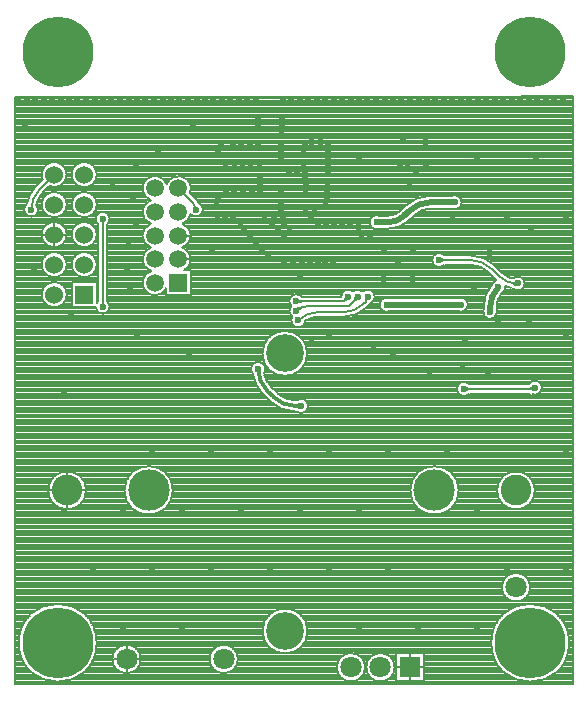
<source format=gbl>
G04*
G04 #@! TF.GenerationSoftware,Altium Limited,Altium Designer,19.1.7 (138)*
G04*
G04 Layer_Physical_Order=2*
G04 Layer_Color=16711680*
%FSLAX24Y24*%
%MOIN*%
G70*
G01*
G75*
%ADD11C,0.0079*%
%ADD53C,0.0197*%
%ADD54C,0.0138*%
%ADD79C,0.0709*%
%ADD80R,0.0709X0.0709*%
%ADD81C,0.0600*%
%ADD82R,0.0600X0.0600*%
%ADD83C,0.1260*%
%ADD84C,0.0591*%
%ADD85R,0.0591X0.0591*%
%ADD86C,0.1024*%
%ADD87C,0.1378*%
%ADD88C,0.2362*%
%ADD89C,0.0236*%
G36*
X9701Y12672D02*
X9692Y12667D01*
X9683Y12661D01*
X9675Y12654D01*
X9668Y12647D01*
X9662Y12639D01*
X9657Y12630D01*
X9653Y12620D01*
X9649Y12610D01*
X9647Y12599D01*
X9645Y12587D01*
X9542Y12716D01*
X9553Y12715D01*
X9564Y12714D01*
X9575Y12715D01*
X9586Y12715D01*
X9597Y12717D01*
X9608Y12719D01*
X9619Y12722D01*
X9629Y12726D01*
X9640Y12730D01*
X9650Y12735D01*
X9701Y12672D01*
D02*
G37*
G36*
X9706Y12874D02*
X9695Y12874D01*
X9684Y12872D01*
X9674Y12870D01*
X9664Y12868D01*
X9653Y12864D01*
X9643Y12860D01*
X9634Y12854D01*
X9624Y12848D01*
X9614Y12841D01*
X9605Y12834D01*
X9618Y12999D01*
X9626Y12990D01*
X9634Y12982D01*
X9643Y12975D01*
X9652Y12969D01*
X9661Y12964D01*
X9671Y12960D01*
X9681Y12957D01*
X9691Y12955D01*
X9702Y12953D01*
X9713Y12953D01*
X9706Y12874D01*
D02*
G37*
G36*
X11103Y12970D02*
X11111Y12978D01*
X11117Y12986D01*
X11123Y12995D01*
X11128Y13005D01*
X11132Y13014D01*
X11136Y13025D01*
X11139Y13035D01*
X11140Y13046D01*
X11141Y13058D01*
X11142Y13070D01*
X11259Y12953D01*
X11247Y12952D01*
X11235Y12951D01*
X11224Y12950D01*
X11214Y12947D01*
X11203Y12943D01*
X11194Y12939D01*
X11184Y12934D01*
X11175Y12928D01*
X11167Y12922D01*
X11159Y12914D01*
X11103Y12970D01*
D02*
G37*
G36*
X11425Y12958D02*
X11432Y12966D01*
X11439Y12974D01*
X11445Y12983D01*
X11449Y12993D01*
X11453Y13002D01*
X11456Y13012D01*
X11458Y13023D01*
X11459Y13033D01*
X11459Y13045D01*
X11458Y13056D01*
X11587Y12953D01*
X11575Y12952D01*
X11563Y12950D01*
X11552Y12947D01*
X11542Y12943D01*
X11531Y12939D01*
X11522Y12934D01*
X11512Y12929D01*
X11504Y12923D01*
X11495Y12916D01*
X11487Y12909D01*
X11425Y12958D01*
D02*
G37*
G36*
X15300Y9957D02*
X15289Y9956D01*
X15278Y9955D01*
X15267Y9953D01*
X15257Y9950D01*
X15247Y9946D01*
X15238Y9941D01*
X15228Y9936D01*
X15219Y9929D01*
X15210Y9922D01*
X15202Y9914D01*
Y10079D01*
X15210Y10071D01*
X15219Y10063D01*
X15228Y10057D01*
X15238Y10051D01*
X15247Y10046D01*
X15257Y10043D01*
X15267Y10039D01*
X15278Y10037D01*
X15289Y10036D01*
X15300Y10036D01*
Y9957D01*
D02*
G37*
G36*
X17291Y10036D02*
X17303Y10036D01*
X17313Y10038D01*
X17323Y10040D01*
X17333Y10044D01*
X17341Y10048D01*
X17349Y10054D01*
X17355Y10060D01*
X17362Y10068D01*
X17367Y10076D01*
X17372Y10086D01*
X17432Y9932D01*
X17421Y9936D01*
X17399Y9944D01*
X17388Y9948D01*
X17366Y9953D01*
X17356Y9955D01*
X17335Y9957D01*
X17325Y9957D01*
X17291Y10036D01*
D02*
G37*
G36*
X14474Y14252D02*
X14463Y14252D01*
X14452Y14250D01*
X14441Y14248D01*
X14431Y14245D01*
X14421Y14241D01*
X14412Y14236D01*
X14402Y14231D01*
X14393Y14224D01*
X14384Y14217D01*
X14376Y14209D01*
Y14374D01*
X14384Y14366D01*
X14393Y14358D01*
X14402Y14352D01*
X14412Y14346D01*
X14421Y14342D01*
X14431Y14338D01*
X14441Y14335D01*
X14452Y14332D01*
X14463Y14331D01*
X14474Y14331D01*
Y14252D01*
D02*
G37*
G36*
X16725Y13560D02*
X16736Y13558D01*
X16746Y13558D01*
X16756Y13558D01*
X16766Y13560D01*
X16776Y13563D01*
X16786Y13567D01*
X16795Y13571D01*
X16804Y13578D01*
X16813Y13585D01*
X16822Y13593D01*
X16823Y13428D01*
X16814Y13436D01*
X16806Y13443D01*
X16797Y13450D01*
X16787Y13456D01*
X16778Y13462D01*
X16768Y13466D01*
X16758Y13471D01*
X16747Y13474D01*
X16737Y13477D01*
X16726Y13480D01*
X16725Y13560D01*
D02*
G37*
D11*
X16152Y14110D02*
G03*
X15334Y14449I-818J-818D01*
G01*
X17143Y13511D02*
G03*
X16748Y13686I-236J0D01*
G01*
X16397Y13865D02*
G03*
X16735Y13679I493J494D01*
G01*
X15930Y13887D02*
G03*
X15334Y14134I-596J-596D01*
G01*
X16174Y13643D02*
G03*
X16203Y13615I716J716D01*
G01*
D02*
G03*
X16036Y13462I57J-229D01*
G01*
X16751Y13334D02*
G03*
X17143Y13511I156J177D01*
G01*
X16496Y13386D02*
G03*
X16492Y13428I-236J0D01*
G01*
D02*
G03*
X16681Y13368I397J932D01*
G01*
X16358Y13171D02*
G03*
X16496Y13386I-98J215D01*
G01*
X16036Y13462D02*
G03*
X15768Y12720I889J-741D01*
G01*
X16358Y13171D02*
G03*
X16201Y12720I567J-450D01*
G01*
X16220Y12559D02*
G03*
X16201Y12653I-236J0D01*
G01*
X15768D02*
G03*
X16220Y12559I217J-94D01*
G01*
X15039Y16220D02*
G03*
X14709Y16437I-236J0D01*
G01*
X13997D02*
G03*
X13137Y16081I0J-1217D01*
G01*
X14709Y16004D02*
G03*
X15039Y16220I94J217D01*
G01*
X6417Y15974D02*
G03*
X6288Y16185I-236J0D01*
G01*
D02*
G03*
X6202Y16304I-416J-210D01*
G01*
X13997Y16004D02*
G03*
X13443Y15774I0J-783D01*
G01*
X13224Y15563D02*
G03*
X13369Y15701I-74J224D01*
G01*
X12579Y15335D02*
G03*
X13224Y15563I0J1023D01*
G01*
X14448Y14468D02*
G03*
X14448Y14115I-157J-176D01*
G01*
X13063Y16007D02*
G03*
X12936Y15887I86J-220D01*
G01*
X12579Y15768D02*
G03*
X12936Y15887I0J590D01*
G01*
X12299Y15768D02*
G03*
X12299Y15335I-94J-217D01*
G01*
X5982Y16524D02*
G03*
X6014Y16683I-382J159D01*
G01*
D02*
G03*
X5207Y16809I-413J0D01*
G01*
X6006Y15816D02*
G03*
X6417Y15974I175J159D01*
G01*
X5207Y16809D02*
G03*
X4687Y16289I-394J-126D01*
G01*
X6014Y15108D02*
G03*
X5726Y15502I-413J0D01*
G01*
Y14715D02*
G03*
X6014Y15108I-126J394D01*
G01*
Y14321D02*
G03*
X5726Y14715I-413J0D01*
G01*
Y15502D02*
G03*
X6006Y15816I-126J394D01*
G01*
X4687Y16289D02*
G03*
X4687Y15502I126J-394D01*
G01*
D02*
G03*
X4687Y14715I126J-394D01*
G01*
X5776Y13947D02*
G03*
X6014Y14321I-176J374D01*
G01*
X4687Y14715D02*
G03*
X4687Y13927I126J-394D01*
G01*
X15246Y12805D02*
G03*
X14915Y13022I-236J0D01*
G01*
X12145Y13071D02*
G03*
X11742Y13238I-236J0D01*
G01*
X11742D02*
G03*
X11417Y13247I-167J-167D01*
G01*
X11417D02*
G03*
X11024Y13084I-157J-176D01*
G01*
X12002Y12854D02*
G03*
X12145Y13071I-93J217D01*
G01*
X11950Y12790D02*
G03*
X12002Y12854I-280J280D01*
G01*
X12634Y13022D02*
G03*
X12634Y12589I-94J-217D01*
G01*
X14915D02*
G03*
X15246Y12805I94J217D01*
G01*
X11112Y12402D02*
G03*
X11879Y12719I0J1084D01*
G01*
X10262Y12402D02*
G03*
X9832Y12273I0J-783D01*
G01*
X9698Y13086D02*
G03*
X9356Y12761I-171J-163D01*
G01*
X4687Y13927D02*
G03*
X5187Y13357I126J-394D01*
G01*
X9356Y12761D02*
G03*
X9393Y12404I172J-162D01*
G01*
Y12404D02*
G03*
X9832Y12273I203J-121D01*
G01*
X9892Y11181D02*
G03*
X9892Y11181I-748J0D01*
G01*
D02*
G03*
X9892Y11181I-748J0D01*
G01*
X8494Y10659D02*
G03*
X8080Y10504I-236J0D01*
G01*
X8454Y10528D02*
G03*
X8494Y10659I-196J131D01*
G01*
X17717Y10039D02*
G03*
X17274Y10154I-236J0D01*
G01*
X17397Y9818D02*
G03*
X17717Y10039I83J221D01*
G01*
X17480Y6614D02*
G03*
X17480Y6614I-630J0D01*
G01*
X17323Y3386D02*
G03*
X17323Y3386I-472J0D01*
G01*
D02*
G03*
X17323Y3386I-472J0D01*
G01*
X18622Y1535D02*
G03*
X18622Y1535I-1299J0D01*
G01*
X15274Y10173D02*
G03*
X15274Y9820I-157J-176D01*
G01*
X9921Y9429D02*
G03*
X9541Y9616I-236J0D01*
G01*
X8904Y9854D02*
G03*
X9479Y9616I575J575D01*
G01*
X8454Y10528D02*
G03*
X8683Y10076I804J122D01*
G01*
X9541Y9242D02*
G03*
X9921Y9429I144J187D01*
G01*
X8640Y9590D02*
G03*
X9479Y9242I839J839D01*
G01*
X14941Y6614D02*
G03*
X14941Y6614I-807J0D01*
G01*
D02*
G03*
X14941Y6614I-807J0D01*
G01*
X9900Y1929D02*
G03*
X9900Y1929I-748J0D01*
G01*
D02*
G03*
X9900Y1929I-748J0D01*
G01*
X8080Y10504D02*
G03*
X8419Y9811I1178J146D01*
G01*
X5413Y6614D02*
G03*
X5413Y6614I-807J0D01*
G01*
X7579Y994D02*
G03*
X7579Y994I-472J0D01*
G01*
X5413Y6614D02*
G03*
X5413Y6614I-807J0D01*
G01*
X4341Y994D02*
G03*
X4341Y994I-472J0D01*
G01*
X12805Y719D02*
G03*
X12805Y719I-472J0D01*
G01*
X11821D02*
G03*
X11821Y719I-472J0D01*
G01*
X2875Y17142D02*
G03*
X2875Y17142I-418J0D01*
G01*
X3307Y15661D02*
G03*
X2913Y15485I-236J0D01*
G01*
X2875Y16142D02*
G03*
X2875Y16142I-418J0D01*
G01*
X3228Y15485D02*
G03*
X3307Y15661I-157J176D01*
G01*
X2875Y15142D02*
G03*
X2875Y15142I-418J0D01*
G01*
Y14142D02*
G03*
X2875Y14142I-418J0D01*
G01*
X1875Y17142D02*
G03*
X1071Y16979I-418J0D01*
G01*
X1294Y16757D02*
G03*
X1875Y17142I163J385D01*
G01*
Y16142D02*
G03*
X1875Y16142I-418J0D01*
G01*
X1083Y16545D02*
G03*
X863Y16135I571J-571D01*
G01*
X860Y16768D02*
G03*
X548Y16164I794J-794D01*
G01*
D02*
G03*
X925Y15974I141J-189D01*
G01*
D02*
G03*
X863Y16135I-236J0D01*
G01*
X1875Y15142D02*
G03*
X1875Y15142I-418J0D01*
G01*
Y14142D02*
G03*
X1875Y14142I-418J0D01*
G01*
X2913Y12912D02*
G03*
X2875Y12868I157J-176D01*
G01*
X3307Y12736D02*
G03*
X3228Y12912I-236J0D01*
G01*
X2835Y12724D02*
G03*
X3307Y12736I236J13D01*
G01*
X1875Y13142D02*
G03*
X1875Y13142I-418J0D01*
G01*
X2520Y6614D02*
G03*
X2520Y6614I-630J0D01*
G01*
X2874Y1535D02*
G03*
X2874Y1535I-1299J0D01*
G01*
X3091Y15709D02*
G03*
X3071Y15661I48J-48D01*
G01*
X10262Y12559D02*
G03*
X9596Y12283I0J-941D01*
G01*
X11112Y12559D02*
G03*
X11767Y12830I0J927D01*
G01*
X11839Y12902D02*
G03*
X11909Y13071I-169J169D01*
G01*
X9908Y12756D02*
G03*
X9528Y12598I0J-538D01*
G01*
X6181Y15974D02*
G03*
X6091Y16193I-309J0D01*
G01*
X972Y16657D02*
G03*
X689Y15974I682J-682D01*
G01*
X16285Y13754D02*
G03*
X16890Y13504I605J605D01*
G01*
X16041Y13998D02*
G03*
X15334Y14291I-707J-707D01*
G01*
X16890Y13504D02*
G03*
X16907Y13511I0J24D01*
G01*
X15265Y19742D02*
X18740Y19744D01*
X15026Y16299D02*
X18740D01*
X14809Y16457D02*
X18740D01*
X14979Y16378D02*
X18740D01*
X15039Y16220D02*
X18740D01*
X15026Y16142D02*
X18740D01*
X14979Y16063D02*
X18740D01*
X13822Y15984D02*
X18740D01*
X15633Y14409D02*
X18740D01*
X13617Y15905D02*
X18740D01*
X14422Y14488D02*
X18740D01*
X16084Y14173D02*
X18740D01*
X16168Y14094D02*
X18740D01*
X15843Y14331D02*
X18740D01*
X15980Y14252D02*
X18740D01*
X16404Y13858D02*
X18740D01*
X16501Y13779D02*
X18740D01*
X16246Y14016D02*
X18740D01*
X16325Y13937D02*
X18740D01*
X17115Y13622D02*
X18740D01*
X17141Y13543D02*
X18740D01*
X17047Y13701D02*
X18740D01*
X16152Y14110D02*
X16396Y13866D01*
X15930Y13887D02*
X16173Y13643D01*
X16659Y13701D02*
X16766D01*
X13501Y15827D02*
X18740D01*
X13416Y15748D02*
X18740D01*
X13354Y15669D02*
X18740D01*
X13280Y15590D02*
X18740D01*
X13155Y15512D02*
X18740D01*
X13017Y15433D02*
X18740D01*
X12779Y15354D02*
X18740D01*
X5978Y15276D02*
X18740D01*
X5933Y16929D02*
X18740D01*
X5978Y16850D02*
X18740D01*
X5690Y17087D02*
X18740D01*
X5856Y17008D02*
X18740D01*
X6014Y16693D02*
X18740D01*
X6008Y16614D02*
X18740D01*
X6004Y16772D02*
X18740D01*
X5986Y16535D02*
X18740D01*
X6014Y15118D02*
X18740D01*
X6008Y15039D02*
X18740D01*
X6004Y15197D02*
X18740D01*
X5986Y14961D02*
X18740D01*
X5946Y14882D02*
X18740D01*
X5879Y14803D02*
X18740D01*
X5754Y14724D02*
X18740D01*
X5856Y14646D02*
X18740D01*
X6014Y13858D02*
X15958D01*
X6014Y13779D02*
X16037D01*
X5933Y14567D02*
X18740D01*
X6014Y13937D02*
X15875D01*
X6014Y13622D02*
X16195D01*
X6014Y13543D02*
X16084D01*
X6014Y13701D02*
X16116D01*
X17138Y13464D02*
X18740D01*
X17107Y13386D02*
X18740D01*
X17026Y13307D02*
X18740D01*
X16436Y13228D02*
X18740D01*
X16342Y13150D02*
X18740D01*
X16291Y13071D02*
X18740D01*
X16254Y12992D02*
X18740D01*
X16496Y13386D02*
X16610D01*
X16483Y13307D02*
X16787D01*
X15154Y12992D02*
X15800D01*
X12132Y13150D02*
X15850D01*
X12145Y13071D02*
X15822D01*
X16227Y12913D02*
X18740D01*
X16210Y12835D02*
X18740D01*
X16202Y12756D02*
X18740D01*
X16201Y12677D02*
X18740D01*
X16217Y12598D02*
X18740D01*
X16217Y12520D02*
X18740D01*
X16189Y12441D02*
X18740D01*
X16115Y12362D02*
X18740D01*
X15220Y12913D02*
X15784D01*
X15244Y12835D02*
X15773D01*
X16201Y12653D02*
Y12720D01*
X9848Y12283D02*
X18740D01*
X9819Y12205D02*
X18740D01*
X9772Y12126D02*
X18740D01*
X9383Y11890D02*
X18740D01*
X9780Y11575D02*
X18740D01*
X9822Y11496D02*
X18740D01*
X9547Y11811D02*
X18740D01*
X9649Y11732D02*
X18740D01*
X11914Y13307D02*
X15927D01*
X12085Y13228D02*
X15885D01*
X6014Y13464D02*
X16037D01*
X6014Y13386D02*
X15978D01*
X11401Y12441D02*
X15780D01*
X10016Y12362D02*
X15854D01*
X9724Y11653D02*
X18740D01*
X9822Y10866D02*
X18740D01*
X9780Y10787D02*
X18740D01*
X9724Y10709D02*
X18740D01*
X9649Y10630D02*
X18740D01*
X9547Y10551D02*
X18740D01*
X9383Y10472D02*
X18740D01*
X8486Y10394D02*
X18740D01*
X8517Y10315D02*
X18740D01*
X9888Y11260D02*
X18740D01*
X9892Y11181D02*
X18740D01*
X9853Y11417D02*
X18740D01*
X9875Y11339D02*
X18740D01*
X9888Y11102D02*
X18740D01*
X9875Y11024D02*
X18740D01*
X9853Y10945D02*
X18740D01*
X13997Y16437D02*
X14709D01*
X6050Y16457D02*
X14797D01*
X13997Y16004D02*
X14709D01*
X6128Y16378D02*
X13622D01*
X6207Y16299D02*
X13434D01*
X6348Y16142D02*
X13202D01*
X6268Y16220D02*
X13304D01*
X13063Y16007D02*
X13136Y16080D01*
X6417Y15984D02*
X13019D01*
X6400Y16063D02*
X13119D01*
X6407Y15905D02*
X12945D01*
X13369Y15701D02*
X13443Y15774D01*
X14488Y14449D02*
X15334D01*
X6014Y14331D02*
X14058D01*
X6008Y14252D02*
X14058D01*
X6365Y15827D02*
X12836D01*
X12299Y15768D02*
X12579D01*
X12299Y15335D02*
X12579D01*
X6248Y15748D02*
X12074D01*
X5982Y16524D02*
X6202Y16304D01*
X3578Y19737D02*
X15265D01*
X5986Y15748D02*
X6114D01*
X5946Y15669D02*
X12000D01*
X5879Y15590D02*
X11972D01*
X5069Y17008D02*
X5345D01*
X5145Y16929D02*
X5268D01*
X4903Y17087D02*
X5510D01*
X5191Y16850D02*
X5222D01*
X3307Y15669D02*
X4467D01*
X3291Y15748D02*
X4427D01*
X3296Y15590D02*
X4534D01*
X5856Y15433D02*
X12000D01*
X5933Y15354D02*
X12074D01*
X5754Y15512D02*
X11972D01*
X5978Y14488D02*
X14161D01*
X6004Y14409D02*
X14087D01*
X5600Y15108D02*
X5974D01*
X5600Y14321D02*
X5974D01*
X14488Y14134D02*
X15334D01*
X14422Y14094D02*
X15589D01*
X12634Y13022D02*
X14915D01*
X12132Y12992D02*
X12396D01*
X12085Y12913D02*
X12330D01*
X11988Y12835D02*
X12306D01*
X11580Y13307D02*
X11903D01*
X11265D02*
X11569D01*
X9594Y13150D02*
X11037D01*
X9730Y13071D02*
X11021D01*
X15241Y12756D02*
X15768D01*
X15768Y12653D02*
Y12720D01*
X15208Y12677D02*
X15768D01*
X15124Y12598D02*
X15751D01*
X12634Y12589D02*
X14915D01*
X11604Y12520D02*
X15751D01*
X11916Y12756D02*
X12309D01*
X11879Y12719D02*
X11950Y12790D01*
X11834Y12677D02*
X12341D01*
X11735Y12598D02*
X12426D01*
X10262Y12402D02*
X11112D01*
X5986Y14173D02*
X14087D01*
X6014Y13307D02*
X11254D01*
X5946Y14094D02*
X14161D01*
X5879Y14016D02*
X15764D01*
X6014Y13228D02*
X11084D01*
X6014Y13150D02*
X9461D01*
X3286Y12835D02*
X9309D01*
X5776Y13947D02*
X6014D01*
Y13120D02*
Y13947D01*
X5187Y13120D02*
Y13357D01*
X5092Y13228D02*
X5187D01*
Y13120D02*
X6014D01*
X4966Y13150D02*
X5187D01*
X3306Y12756D02*
X9351D01*
X3300Y12677D02*
X9305D01*
X3263Y12598D02*
X9291D01*
X8465Y10472D02*
X8904D01*
X8456Y10787D02*
X8508D01*
X8489Y10709D02*
X8564D01*
X8372Y10866D02*
X8465D01*
X8492Y10630D02*
X8638D01*
X8468Y10551D02*
X8740D01*
X17713Y10079D02*
X18740D01*
X17713Y10000D02*
X18740D01*
X17611Y10236D02*
X18740D01*
X17685Y10157D02*
X18740D01*
X17685Y9921D02*
X18740D01*
X17611Y9842D02*
X18740D01*
X17155Y7165D02*
X18740D01*
X17267Y7087D02*
X18740D01*
X15314Y10154D02*
X17274D01*
X15314Y9839D02*
X17312D01*
X17396Y6929D02*
X18740D01*
X17434Y6850D02*
X18740D01*
X16859Y7244D02*
X18740D01*
X17342Y7008D02*
X18740D01*
X17475Y6693D02*
X18740D01*
X17480Y6614D02*
X18740D01*
X17460Y6772D02*
X18740D01*
X17475Y6535D02*
X18740D01*
X17460Y6457D02*
X18740D01*
X17434Y6378D02*
X18740D01*
X17396Y6299D02*
X18740D01*
X17342Y6220D02*
X18740D01*
X17267Y6142D02*
X18740D01*
Y157D02*
Y19744D01*
X17155Y6063D02*
X18740D01*
X16857Y3858D02*
X18740D01*
X15159Y9764D02*
X18740D01*
X9900Y9528D02*
X18740D01*
X9152Y9685D02*
X18740D01*
X9841Y9606D02*
X18740D01*
X9920Y9449D02*
X18740D01*
X14520Y7323D02*
X18740D01*
X9914Y9370D02*
X18740D01*
X9877Y9291D02*
X18740D01*
X15295Y10157D02*
X17276D01*
X14311Y7402D02*
X18740D01*
X8558Y10236D02*
X17350D01*
X9779Y9213D02*
X18740D01*
X14788Y7087D02*
X16434D01*
X14838Y7008D02*
X16359D01*
X14638Y7244D02*
X16842D01*
X14723Y7165D02*
X16545D01*
X14877Y6929D02*
X16305D01*
X14877Y6299D02*
X16305D01*
X14838Y6220D02*
X16359D01*
X14788Y6142D02*
X16434D01*
X14723Y6063D02*
X16546D01*
X14638Y5984D02*
X18740D01*
X14520Y5905D02*
X18740D01*
X14311Y5827D02*
X18740D01*
X14937Y6693D02*
X16225D01*
X14941Y6614D02*
X16220D01*
X14906Y6850D02*
X16266D01*
X14925Y6772D02*
X16240D01*
X14937Y6535D02*
X16225D01*
X14925Y6457D02*
X16240D01*
X14906Y6378D02*
X16266D01*
X18548Y1968D02*
X18740D01*
X18573Y1890D02*
X18740D01*
X18480Y2126D02*
X18740D01*
X18517Y2047D02*
X18740D01*
X18617Y1654D02*
X18740D01*
X18621Y1575D02*
X18740D01*
X18592Y1811D02*
X18740D01*
X18607Y1732D02*
X18740D01*
X18070Y2598D02*
X18740D01*
X18171Y2520D02*
X18740D01*
X17768Y2756D02*
X18740D01*
X17943Y2677D02*
X18740D01*
X18385Y2283D02*
X18740D01*
X18436Y2205D02*
X18740D01*
X18255Y2441D02*
X18740D01*
X18325Y2362D02*
X18740D01*
X18480Y945D02*
X18740D01*
X18436Y866D02*
X18740D01*
X18385Y787D02*
X18740D01*
X18325Y709D02*
X18740D01*
X18254Y630D02*
X18740D01*
X18171Y551D02*
X18740D01*
X18070Y472D02*
X18740D01*
X17943Y394D02*
X18740D01*
X18621Y1496D02*
X18740D01*
X18617Y1417D02*
X18740D01*
X18607Y1339D02*
X18740D01*
X18592Y1260D02*
X18740D01*
X18573Y1181D02*
X18740D01*
X18548Y1102D02*
X18740D01*
X18517Y1024D02*
X18740D01*
X17260Y3622D02*
X18740D01*
X17296Y3543D02*
X18740D01*
X17112Y3779D02*
X18740D01*
X17203Y3701D02*
X18740D01*
X17316Y3465D02*
X18740D01*
X17323Y3386D02*
X18740D01*
X17316Y3307D02*
X18740D01*
X17296Y3228D02*
X18740D01*
X17260Y3150D02*
X18740D01*
X17334Y2835D02*
X18740D01*
X17202Y3071D02*
X18740D01*
X17111Y2992D02*
X18740D01*
X9486Y2598D02*
X16576D01*
X9611Y2520D02*
X16475D01*
X9160Y2677D02*
X16703D01*
X13789Y630D02*
X16391D01*
X9697Y2441D02*
X16391D01*
X13789Y551D02*
X16475D01*
X13789Y472D02*
X16576D01*
X17768Y315D02*
X18740D01*
X13789Y394D02*
X16703D01*
X13789Y315D02*
X16878D01*
X9847Y2205D02*
X16209D01*
X13789Y945D02*
X16166D01*
X9762Y2362D02*
X16321D01*
X9811Y2283D02*
X16261D01*
X13789Y787D02*
X16261D01*
X13789Y709D02*
X16321D01*
X13789Y866D02*
X16209D01*
X8759Y10000D02*
X14881D01*
X8611Y10157D02*
X14945D01*
X8680Y10079D02*
X14896D01*
X9012Y9764D02*
X15075D01*
X8837Y9921D02*
X14893D01*
X8916Y9842D02*
X14938D01*
X8683Y10076D02*
X8904Y9854D01*
X8419Y9811D02*
X8640Y9590D01*
X9479Y9616D02*
X9541D01*
X9479Y9242D02*
X9541D01*
X9899Y1968D02*
X16098D01*
X9899Y1890D02*
X16073D01*
X9873Y2126D02*
X16166D01*
X9890Y2047D02*
X16129D01*
X9890Y1811D02*
X16053D01*
X9873Y1732D02*
X16039D01*
X9697Y1417D02*
X16029D01*
X9611Y1339D02*
X16039D01*
X9847Y1654D02*
X16029D01*
X9811Y1575D02*
X16024D01*
X9762Y1496D02*
X16024D01*
X5111Y7244D02*
X13629D01*
X5196Y7165D02*
X13544D01*
X4784Y7402D02*
X13956D01*
X4993Y7323D02*
X13748D01*
X5349Y6929D02*
X13391D01*
X5349Y6299D02*
X13391D01*
X5261Y7087D02*
X13479D01*
X5311Y7008D02*
X13429D01*
X5410Y6693D02*
X13331D01*
X5378Y6850D02*
X13362D01*
X5398Y6772D02*
X13342D01*
X5413Y6614D02*
X13327D01*
X5410Y6535D02*
X13331D01*
X5398Y6457D02*
X13342D01*
X5378Y6378D02*
X13362D01*
X5311Y6220D02*
X13429D01*
X5261Y6142D02*
X13480D01*
X5196Y6063D02*
X13544D01*
X5111Y5984D02*
X13629D01*
X7316Y1417D02*
X8606D01*
X7430Y1339D02*
X8693D01*
X4992Y5905D02*
X13748D01*
X4783Y5827D02*
X13957D01*
X4078Y1417D02*
X6896D01*
X4191Y1339D02*
X6783D01*
X3868Y994D02*
Y1427D01*
X13789Y1181D02*
X16073D01*
X13789Y1102D02*
X16098D01*
X12844Y1191D02*
X13789D01*
X13317Y719D02*
Y1152D01*
X13789Y1024D02*
X16129D01*
X13317Y719D02*
X13750D01*
X12693Y1024D02*
X12844D01*
X12884Y719D02*
X13317D01*
X12608Y1102D02*
X12844D01*
X12747Y945D02*
X12844D01*
X12429Y1181D02*
X12844D01*
X11763Y945D02*
X11918D01*
X12781Y866D02*
X12844D01*
X12800Y787D02*
X12844D01*
X11797Y866D02*
X11884D01*
X11816Y787D02*
X11865D01*
X13317Y285D02*
Y719D01*
X13789Y246D02*
Y1191D01*
X12805Y709D02*
X12844D01*
Y246D02*
Y1191D01*
X12797Y630D02*
X12844D01*
Y246D02*
X13789D01*
X12774Y551D02*
X12844D01*
X12736Y472D02*
X12844D01*
X11821Y709D02*
X11860D01*
X11812Y630D02*
X11869D01*
X11790Y551D02*
X11891D01*
X12676Y394D02*
X12844D01*
X12578Y315D02*
X12844D01*
X11752Y472D02*
X11929D01*
X11445Y1181D02*
X12237D01*
X11624Y1102D02*
X12057D01*
X9486Y1260D02*
X16053D01*
X7540Y1181D02*
X11252D01*
X7578Y1024D02*
X10988D01*
X11709D02*
X11972D01*
X7566Y1102D02*
X11073D01*
X7576Y945D02*
X10934D01*
X7497Y1260D02*
X8818D01*
X4328Y1102D02*
X6646D01*
X4259Y1260D02*
X6716D01*
X4302Y1181D02*
X6672D01*
X4340Y1024D02*
X6635D01*
X3868Y994D02*
X4301D01*
X3435D02*
X3868D01*
X7561Y866D02*
X10900D01*
X7531Y787D02*
X10881D01*
X7483Y709D02*
X10876D01*
X11691Y394D02*
X11990D01*
X11594Y315D02*
X12087D01*
X7407Y630D02*
X10884D01*
X7271Y551D02*
X10907D01*
X4338Y945D02*
X6636D01*
X4323Y866D02*
X6652D01*
X4293Y787D02*
X6681D01*
X3868Y561D02*
Y994D01*
X4245Y709D02*
X6730D01*
X4169Y630D02*
X6805D01*
X4032Y551D02*
X6942D01*
X2784Y17401D02*
X18740D01*
X2834Y17323D02*
X18740D01*
X2484Y17559D02*
X18740D01*
X2702Y17480D02*
X18740D01*
X2874Y17165D02*
X18740D01*
X2871Y17087D02*
X4723D01*
X2862Y17244D02*
X18740D01*
X2853Y17008D02*
X4557D01*
X2817Y16929D02*
X4481D01*
X2757Y16850D02*
X4435D01*
X2651Y16772D02*
X4409D01*
X2732Y16457D02*
X4467D01*
X2802Y16378D02*
X4534D01*
X1231Y16693D02*
X4400D01*
X2598Y16535D02*
X4427D01*
X2867Y16220D02*
X4557D01*
X2875Y16142D02*
X4481D01*
X2844Y16299D02*
X4660D01*
X2867Y16063D02*
X4435D01*
X3239Y15827D02*
X4405D01*
X3254Y15512D02*
X4660D01*
X2844Y15984D02*
X4409D01*
X2802Y15905D02*
X4400D01*
X2732Y15827D02*
X2902D01*
X2597Y15748D02*
X2851D01*
X2651Y15512D02*
X2888D01*
X157Y18976D02*
X18740D01*
X157Y18898D02*
X18740D01*
X157Y19134D02*
X18740D01*
X157Y19055D02*
X18740D01*
X157Y18661D02*
X18740D01*
X157Y18583D02*
X18740D01*
X157Y18819D02*
X18740D01*
X157Y18740D02*
X18740D01*
X157Y19606D02*
X18740D01*
X157Y19527D02*
X18740D01*
X157Y19734D02*
X3576D01*
X157Y19685D02*
X18740D01*
X157Y19291D02*
X18740D01*
X157Y19213D02*
X18740D01*
X157Y19449D02*
X18740D01*
X157Y19370D02*
X18740D01*
X157Y18346D02*
X18740D01*
X157Y18268D02*
X18740D01*
X157Y18504D02*
X18740D01*
X157Y18425D02*
X18740D01*
X157Y18031D02*
X18740D01*
X157Y17953D02*
X18740D01*
X157Y18189D02*
X18740D01*
X157Y18110D02*
X18740D01*
X157Y17716D02*
X18740D01*
X157Y17638D02*
X18740D01*
X157Y17874D02*
X18740D01*
X157Y17795D02*
X18740D01*
X1152Y16614D02*
X4405D01*
X157Y15669D02*
X2835D01*
X157Y15590D02*
X2845D01*
X3228Y14882D02*
X4467D01*
X3228Y14803D02*
X4534D01*
X3228Y15433D02*
X4557D01*
X3228Y15354D02*
X4481D01*
X3228Y14567D02*
X4481D01*
X3228Y14488D02*
X4435D01*
X3228Y14724D02*
X4660D01*
X3228Y14646D02*
X4557D01*
X3228Y15118D02*
X4400D01*
X3228Y15039D02*
X4405D01*
X3228Y15276D02*
X4435D01*
X3228Y15197D02*
X4409D01*
X3228Y14331D02*
X4400D01*
X3228Y14252D02*
X4405D01*
X3228Y14961D02*
X4427D01*
X3228Y14409D02*
X4409D01*
X3228Y13937D02*
X4660D01*
X3228Y13858D02*
X4557D01*
X3228Y14094D02*
X4467D01*
X3228Y14016D02*
X4534D01*
X3228Y13307D02*
X4467D01*
X3228Y13228D02*
X4534D01*
X3228Y13779D02*
X4481D01*
X3228Y13701D02*
X4435D01*
X3228Y13543D02*
X4400D01*
X3228Y13464D02*
X4405D01*
X3228Y14173D02*
X4427D01*
X3228Y13622D02*
X4409D01*
X2875Y13464D02*
X2913D01*
X3228Y13386D02*
X4427D01*
X2875Y13228D02*
X2913D01*
X2853Y15276D02*
X2913D01*
X2871Y15197D02*
X2913D01*
X2757Y15433D02*
X2913D01*
X2817Y15354D02*
X2913D01*
X2874Y15118D02*
X2913D01*
X2862Y15039D02*
X2913D01*
X2834Y14961D02*
X2913D01*
X2784Y14882D02*
X2913D01*
X2702Y14803D02*
X2913D01*
X2481Y14724D02*
X2913D01*
X1481D02*
X2432D01*
X157Y14646D02*
X2913D01*
X2691Y14488D02*
X2913D01*
X2778Y14409D02*
X2913D01*
X157Y14567D02*
X2913D01*
X2874Y14173D02*
X2913D01*
X2872Y14094D02*
X2913D01*
X2830Y14331D02*
X2913D01*
X2860Y14252D02*
X2913D01*
X2855Y14016D02*
X2913D01*
X2821Y13937D02*
X2913D01*
X2764Y13858D02*
X2913D01*
X2665Y13779D02*
X2913D01*
X2039Y13560D02*
X2875D01*
X157Y13701D02*
X2913D01*
X157Y13622D02*
X2913D01*
X2875Y13386D02*
X2913D01*
X2875Y13307D02*
X2913D01*
X2875Y13543D02*
X2913D01*
X1784Y17401D02*
X2129D01*
X1834Y17323D02*
X2080D01*
X1484Y17559D02*
X2430D01*
X1702Y17480D02*
X2211D01*
X1817Y16929D02*
X2097D01*
X1757Y16850D02*
X2157D01*
X1651Y16772D02*
X2262D01*
X1598Y16535D02*
X2316D01*
X1862Y17244D02*
X2051D01*
X1874Y17165D02*
X2039D01*
X1871Y17087D02*
X2042D01*
X1853Y17008D02*
X2061D01*
X1083Y16545D02*
X1294Y16757D01*
X1073Y16535D02*
X1316D01*
X1844Y16299D02*
X2069D01*
X1867Y16220D02*
X2046D01*
X1732Y16457D02*
X2182D01*
X1802Y16378D02*
X2112D01*
X1867Y16063D02*
X2046D01*
X1844Y15984D02*
X2069D01*
X1802Y15905D02*
X2112D01*
X1732Y15827D02*
X2182D01*
X1006Y16457D02*
X1182D01*
X955Y16378D02*
X1112D01*
X915Y16299D02*
X1069D01*
X1875Y16142D02*
X2039D01*
X925Y15984D02*
X1069D01*
X915Y15905D02*
X1112D01*
X157Y17401D02*
X1129D01*
X157Y17323D02*
X1080D01*
X157Y17559D02*
X1430D01*
X157Y17480D02*
X1211D01*
X157Y17008D02*
X1061D01*
X860Y16768D02*
X1071Y16979D01*
X157Y17244D02*
X1051D01*
X157Y17087D02*
X1042D01*
X157Y16850D02*
X943D01*
X157Y16772D02*
X864D01*
X157Y17165D02*
X1039D01*
X157Y16929D02*
X1021D01*
X157Y16535D02*
X682D01*
X157Y16457D02*
X640D01*
X157Y16693D02*
X792D01*
X157Y16614D02*
X732D01*
X885Y16220D02*
X1046D01*
X908Y16063D02*
X1046D01*
X873Y15827D02*
X1182D01*
X864Y16142D02*
X1039D01*
X157Y16220D02*
X559D01*
X157Y16142D02*
X522D01*
X157Y16378D02*
X607D01*
X157Y16299D02*
X580D01*
X157Y15984D02*
X453D01*
X157Y15905D02*
X463D01*
X157Y16063D02*
X470D01*
X1757Y15433D02*
X2157D01*
X1817Y15354D02*
X2097D01*
X1597Y15748D02*
X2316D01*
X1651Y15512D02*
X2262D01*
X1853Y15276D02*
X2061D01*
X1834Y14961D02*
X2080D01*
X1784Y14882D02*
X2129D01*
X1702Y14803D02*
X2211D01*
X1871Y15197D02*
X2042D01*
X1457Y15142D02*
Y15520D01*
X1078Y15142D02*
X1457D01*
X1874Y15118D02*
X2039D01*
X1862Y15039D02*
X2051D01*
X1457Y15142D02*
X1835D01*
X1457Y14763D02*
Y15142D01*
X1830Y14331D02*
X2084D01*
X1860Y14252D02*
X2053D01*
X1691Y14488D02*
X2223D01*
X1778Y14409D02*
X2135D01*
X1855Y14016D02*
X2058D01*
X1821Y13937D02*
X2092D01*
X1764Y13858D02*
X2149D01*
X1665Y13779D02*
X2248D01*
X1874Y14173D02*
X2040D01*
X1872Y14094D02*
X2041D01*
X1573Y13543D02*
X2039D01*
X1722Y13464D02*
X2039D01*
X1841Y13307D02*
X2039D01*
X1866Y13228D02*
X2039D01*
X1796Y13386D02*
X2039D01*
X756Y15748D02*
X1316D01*
X157Y15512D02*
X1262D01*
X157Y15433D02*
X1157D01*
X157Y15354D02*
X1097D01*
X157Y14724D02*
X1432D01*
X157Y14488D02*
X1223D01*
X157Y14882D02*
X1129D01*
X157Y14803D02*
X1211D01*
X157Y15276D02*
X1061D01*
X157Y15197D02*
X1042D01*
X157Y15827D02*
X505D01*
X157Y15748D02*
X622D01*
X157Y15039D02*
X1051D01*
X157Y14961D02*
X1080D01*
X157Y15118D02*
X1039D01*
X157Y14409D02*
X1135D01*
X157Y13937D02*
X1092D01*
X157Y13858D02*
X1149D01*
X157Y13464D02*
X1191D01*
X157Y13386D02*
X1117D01*
X157Y13779D02*
X1248D01*
X157Y13543D02*
X1340D01*
X157Y14173D02*
X1040D01*
X157Y14094D02*
X1041D01*
X157Y14331D02*
X1084D01*
X157Y14252D02*
X1053D01*
X157Y13307D02*
X1073D01*
X157Y13228D02*
X1048D01*
X157Y14016D02*
X1058D01*
X3228Y13071D02*
X9343D01*
X157Y12441D02*
X9352D01*
X157Y12362D02*
X9374D01*
X157Y12283D02*
X9360D01*
X157Y12047D02*
X18740D01*
X157Y11968D02*
X18740D01*
X157Y12205D02*
X9374D01*
X157Y12126D02*
X9420D01*
X3228Y12992D02*
X9302D01*
X3228Y12913D02*
X9292D01*
X3165Y12520D02*
X9305D01*
X157Y11890D02*
X8904D01*
X157Y11653D02*
X8564D01*
X157Y11575D02*
X8508D01*
X157Y11811D02*
X8740D01*
X157Y11732D02*
X8638D01*
X157Y11339D02*
X8412D01*
X157Y11260D02*
X8400D01*
X157Y11496D02*
X8465D01*
X157Y11417D02*
X8434D01*
X157Y11024D02*
X8412D01*
X157Y10945D02*
X8434D01*
X157Y11181D02*
X8396D01*
X157Y11102D02*
X8400D01*
X157Y10315D02*
X8119D01*
X157Y10236D02*
X8146D01*
X157Y10866D02*
X8143D01*
X157Y10394D02*
X8099D01*
X157Y10079D02*
X8218D01*
X157Y10000D02*
X8265D01*
X157Y10157D02*
X8178D01*
X157Y9134D02*
X18740D01*
X157Y9055D02*
X18740D01*
X157Y9291D02*
X9141D01*
X157Y9213D02*
X9591D01*
X157Y8819D02*
X18740D01*
X157Y8740D02*
X18740D01*
X157Y8976D02*
X18740D01*
X157Y8898D02*
X18740D01*
X157Y9764D02*
X8466D01*
X157Y9685D02*
X8545D01*
X157Y9921D02*
X8321D01*
X157Y9842D02*
X8388D01*
X157Y9449D02*
X8810D01*
X157Y9370D02*
X8943D01*
X157Y9606D02*
X8623D01*
X157Y9528D02*
X8707D01*
X157Y7953D02*
X18740D01*
X157Y7874D02*
X18740D01*
X157Y8110D02*
X18740D01*
X157Y8031D02*
X18740D01*
X157Y7638D02*
X18740D01*
X157Y7559D02*
X18740D01*
X157Y7795D02*
X18740D01*
X157Y7716D02*
X18740D01*
X157Y8504D02*
X18740D01*
X157Y8425D02*
X18740D01*
X157Y8661D02*
X18740D01*
X157Y8583D02*
X18740D01*
X157Y8268D02*
X18740D01*
X157Y8189D02*
X18740D01*
X157Y8346D02*
X18740D01*
X157Y4882D02*
X18740D01*
X157Y4803D02*
X18740D01*
X157Y5039D02*
X18740D01*
X157Y4961D02*
X18740D01*
X157Y4567D02*
X18740D01*
X157Y4488D02*
X18740D01*
X157Y4724D02*
X18740D01*
X157Y4646D02*
X18740D01*
X1586Y2835D02*
X17312D01*
X2020Y2756D02*
X16877D01*
X157Y4409D02*
X18740D01*
X157Y4331D02*
X18740D01*
X2423Y2520D02*
X8693D01*
X2507Y2441D02*
X8606D01*
X2195Y2677D02*
X9144D01*
X2322Y2598D02*
X8818D01*
X2869Y1654D02*
X8456D01*
X2873Y1575D02*
X8493D01*
X2577Y2362D02*
X8542D01*
X2637Y2283D02*
X8493D01*
X2873Y1496D02*
X8542D01*
X2322Y472D02*
X10945D01*
X2195Y394D02*
X11005D01*
X2020Y315D02*
X11103D01*
X2769Y2047D02*
X8413D01*
X2800Y1968D02*
X8405D01*
X2688Y2205D02*
X8456D01*
X2732Y2126D02*
X8430D01*
X2844Y1811D02*
X8413D01*
X2859Y1732D02*
X8430D01*
X2825Y1890D02*
X8405D01*
X157Y5118D02*
X18740D01*
X157Y4252D02*
X18740D01*
X157Y5276D02*
X18740D01*
X157Y5197D02*
X18740D01*
X157Y4016D02*
X18740D01*
X157Y3937D02*
X18740D01*
X157Y4173D02*
X18740D01*
X157Y4094D02*
X18740D01*
X157Y5669D02*
X18740D01*
X157Y5591D02*
X18740D01*
X157Y7480D02*
X18740D01*
X157Y5748D02*
X18740D01*
X157Y5433D02*
X18740D01*
X157Y5354D02*
X18740D01*
X157Y5512D02*
X18740D01*
X157Y3701D02*
X16498D01*
X157Y3071D02*
X16498D01*
X157Y3858D02*
X16844D01*
X157Y3779D02*
X16589D01*
X157Y236D02*
X18740D01*
X157Y157D02*
X18740D01*
X157Y2992D02*
X16589D01*
X157Y2913D02*
X18740D01*
X157Y3465D02*
X16385D01*
X157Y3386D02*
X16378D01*
X157Y3622D02*
X16441D01*
X157Y3543D02*
X16405D01*
X157Y3228D02*
X16405D01*
X157Y3150D02*
X16441D01*
X157Y3307D02*
X16385D01*
X3228Y13150D02*
X4660D01*
X3228Y12912D02*
Y15485D01*
X2875Y13150D02*
X2913D01*
X2875Y13071D02*
X2913D01*
X2875Y12992D02*
X2913D01*
X2875Y12913D02*
X2913D01*
Y12912D02*
Y15485D01*
X2875Y12868D02*
Y13560D01*
X1875Y13150D02*
X2039D01*
Y12724D02*
Y13560D01*
X1869Y13071D02*
X2039D01*
X1847Y12992D02*
X2039D01*
X1807Y12913D02*
X2039D01*
X1740Y12835D02*
X2039D01*
X2306Y7087D02*
X3952D01*
X2382Y7008D02*
X3902D01*
X1898Y7244D02*
X4102D01*
X2195Y7165D02*
X4017D01*
X2500Y6772D02*
X3815D01*
X2515Y6535D02*
X3803D01*
X2435Y6929D02*
X3863D01*
X2474Y6850D02*
X3835D01*
X2515Y6693D02*
X3803D01*
X2039Y12724D02*
X2835D01*
X1890Y6614D02*
Y7205D01*
Y6614D02*
X2480D01*
X2520Y6614D02*
X3799D01*
X1890Y6024D02*
Y6614D01*
X157Y12520D02*
X2977D01*
X157Y10787D02*
X8059D01*
X157Y12677D02*
X2842D01*
X157Y12598D02*
X2879D01*
X157Y10551D02*
X8048D01*
X157Y10472D02*
X8084D01*
X157Y10709D02*
X8027D01*
X157Y10630D02*
X8024D01*
X157Y13150D02*
X1039D01*
X157Y13071D02*
X1045D01*
X157Y12992D02*
X1066D01*
X157Y12913D02*
X1106D01*
X1618Y12756D02*
X2039D01*
X157Y12835D02*
X1173D01*
X157Y12756D02*
X1296D01*
X157Y7402D02*
X4429D01*
X157Y7323D02*
X4220D01*
X157Y7244D02*
X1882D01*
X157Y7008D02*
X1398D01*
X1299Y6614D02*
X1890D01*
X157Y7165D02*
X1585D01*
X157Y7087D02*
X1473D01*
X157Y6850D02*
X1306D01*
X157Y6772D02*
X1280D01*
X157Y6929D02*
X1344D01*
X157Y157D02*
X157Y19734D01*
X157Y6614D02*
X1260D01*
X157Y6535D02*
X1265D01*
X157Y6693D02*
X1265D01*
X2500Y6457D02*
X3815D01*
X2474Y6378D02*
X3835D01*
X2435Y6299D02*
X3863D01*
X2381Y6220D02*
X3902D01*
X2306Y6142D02*
X3952D01*
X2195Y6063D02*
X4017D01*
X157D02*
X1585D01*
X157Y2835D02*
X1564D01*
X157Y6142D02*
X1473D01*
X157Y2756D02*
X1129D01*
X157Y6299D02*
X1344D01*
X157Y6220D02*
X1398D01*
X157Y2520D02*
X727D01*
X157Y2441D02*
X643D01*
X157Y2677D02*
X955D01*
X157Y2598D02*
X828D01*
X2869Y1417D02*
X3658D01*
X2859Y1339D02*
X3545D01*
X2844Y1260D02*
X3477D01*
X2825Y1181D02*
X3434D01*
X2637Y787D02*
X3443D01*
X2577Y709D02*
X3492D01*
X2506Y630D02*
X3567D01*
X2423Y551D02*
X3704D01*
X2800Y1102D02*
X3408D01*
X157Y2362D02*
X573D01*
X157Y2283D02*
X513D01*
X2769Y1024D02*
X3397D01*
X2732Y945D02*
X3398D01*
X2688Y866D02*
X3413D01*
X157Y5984D02*
X4102D01*
X157Y5905D02*
X4220D01*
X157Y6457D02*
X1280D01*
X157Y6378D02*
X1306D01*
X157Y2126D02*
X418D01*
X157Y2047D02*
X381D01*
X157Y5827D02*
X4429D01*
X157Y2205D02*
X461D01*
X157Y1811D02*
X305D01*
X157Y1732D02*
X291D01*
X157Y1968D02*
X350D01*
X157Y1890D02*
X325D01*
X157Y1575D02*
X276D01*
X157Y1496D02*
X276D01*
X157Y1654D02*
X281D01*
X157Y709D02*
X573D01*
X157Y630D02*
X643D01*
X157Y866D02*
X461D01*
X157Y787D02*
X513D01*
X157Y394D02*
X955D01*
X157Y315D02*
X1129D01*
X157Y551D02*
X727D01*
X157Y472D02*
X828D01*
X157Y1260D02*
X305D01*
X157Y1181D02*
X325D01*
X157Y1417D02*
X281D01*
X157Y1339D02*
X291D01*
X157Y1024D02*
X381D01*
X157Y945D02*
X418D01*
X157Y1102D02*
X350D01*
X3071Y12736D02*
Y15661D01*
Y15689D01*
X3091Y15709D01*
X10262Y12559D02*
X11112D01*
X11767Y12830D02*
X11839Y12902D01*
X9908Y12756D02*
X11279D01*
X9528Y12913D02*
X11102D01*
X5600Y16683D02*
X6091Y16193D01*
X972Y16657D02*
X1457Y17142D01*
X2297Y16302D02*
X2457Y16142D01*
X16041Y13998D02*
X16285Y13754D01*
X14291Y14291D02*
X15334D01*
X11575Y13052D02*
Y13071D01*
X11279Y12756D02*
X11575Y13052D01*
X11102Y12913D02*
X11260Y13071D01*
X15117Y9996D02*
X17437D01*
X17480Y10039D01*
D53*
X16260Y13386D02*
G03*
X15984Y12720I665J-665D01*
G01*
X13997Y16220D02*
G03*
X13290Y15928I0J-1000D01*
G01*
X12579Y15551D02*
G03*
X13150Y15787I0J807D01*
G01*
X12540Y12805D02*
X15010D01*
X15984Y12559D02*
Y12720D01*
X13997Y16220D02*
X14803D01*
X13150Y15787D02*
X13290Y15928D01*
X12205Y15551D02*
X12579D01*
D54*
X8258Y10650D02*
G03*
X8551Y9943I1000J0D01*
G01*
X8772Y9722D02*
G03*
X9479Y9429I707J707D01*
G01*
X9685D01*
X8258Y10650D02*
Y10659D01*
X8551Y9943D02*
X8772Y9722D01*
D79*
X3868Y994D02*
D03*
X7106D02*
D03*
X12333Y719D02*
D03*
X11348D02*
D03*
X16850Y3386D02*
D03*
D80*
X13317Y719D02*
D03*
D81*
X2457Y14142D02*
D03*
Y17142D02*
D03*
Y16142D02*
D03*
X1457Y14142D02*
D03*
Y13142D02*
D03*
Y17142D02*
D03*
Y16142D02*
D03*
X2457Y15142D02*
D03*
X1457D02*
D03*
D82*
X2457Y13142D02*
D03*
D83*
X9152Y1929D02*
D03*
X9144Y11181D02*
D03*
D84*
X4813Y16683D02*
D03*
Y15896D02*
D03*
Y15108D02*
D03*
Y14321D02*
D03*
Y13533D02*
D03*
X5600Y16683D02*
D03*
Y15896D02*
D03*
Y15108D02*
D03*
Y14321D02*
D03*
D85*
Y13533D02*
D03*
D86*
X16850Y6614D02*
D03*
X1890D02*
D03*
D87*
X14134D02*
D03*
X4606D02*
D03*
D88*
X17323Y21220D02*
D03*
X1575D02*
D03*
X17323Y1535D02*
D03*
X1575D02*
D03*
D89*
X778Y13937D02*
D03*
X2008Y12431D02*
D03*
X494Y18809D02*
D03*
X6080Y18770D02*
D03*
X13986Y10413D02*
D03*
X6529Y12756D02*
D03*
X7865Y13445D02*
D03*
X6722Y14587D02*
D03*
X7313Y11909D02*
D03*
X5945Y11201D02*
D03*
X4203Y11772D02*
D03*
X3979Y13278D02*
D03*
X3898Y13949D02*
D03*
X4902Y17904D02*
D03*
X4193Y17443D02*
D03*
X3967Y14744D02*
D03*
X4173Y15502D02*
D03*
X4094Y16289D02*
D03*
X3425Y16880D02*
D03*
X3071Y15661D02*
D03*
Y12736D02*
D03*
X9596Y12283D02*
D03*
X6181Y15974D02*
D03*
X9685Y9429D02*
D03*
X8258Y10659D02*
D03*
X689Y15974D02*
D03*
X9646Y13780D02*
D03*
X18504Y3937D02*
D03*
X16535D02*
D03*
X13583Y1969D02*
D03*
X3740Y5906D02*
D03*
X16535Y15748D02*
D03*
X2756Y3937D02*
D03*
X6693Y7874D02*
D03*
X1772Y5906D02*
D03*
X10630Y11811D02*
D03*
X12598Y3937D02*
D03*
X6693D02*
D03*
X3740Y1969D02*
D03*
X18504Y11811D02*
D03*
X4724Y3937D02*
D03*
X17520Y17717D02*
D03*
X12598Y7874D02*
D03*
X15551Y5906D02*
D03*
X13583D02*
D03*
X8661Y7874D02*
D03*
X5709Y5906D02*
D03*
X15551Y1969D02*
D03*
X10630Y3937D02*
D03*
Y7874D02*
D03*
X7677Y5906D02*
D03*
X14567Y7874D02*
D03*
X11614Y5906D02*
D03*
Y1969D02*
D03*
Y17717D02*
D03*
X15551D02*
D03*
X18504Y7874D02*
D03*
Y15748D02*
D03*
X1772Y9843D02*
D03*
X9646Y5906D02*
D03*
X4724Y7874D02*
D03*
X8661Y3937D02*
D03*
X5709Y1969D02*
D03*
X16260Y12185D02*
D03*
X15157Y11604D02*
D03*
X14016Y12372D02*
D03*
X17293Y12274D02*
D03*
X17352Y15325D02*
D03*
X12746Y11132D02*
D03*
X12126Y11467D02*
D03*
X11496Y11506D02*
D03*
X10039Y11535D02*
D03*
X15925Y10551D02*
D03*
X15069Y10669D02*
D03*
X15453Y13386D02*
D03*
X15994Y14518D02*
D03*
X15207Y15610D02*
D03*
X14754Y15807D02*
D03*
X13839Y18238D02*
D03*
X13081Y18248D02*
D03*
X12972Y17470D02*
D03*
X13839D02*
D03*
X13258Y17352D02*
D03*
X13533Y17146D02*
D03*
X13307Y16880D02*
D03*
X12441Y13671D02*
D03*
X13425D02*
D03*
Y14616D02*
D03*
X12441D02*
D03*
X12933Y14144D02*
D03*
X9793Y17539D02*
D03*
Y17835D02*
D03*
X9803Y18110D02*
D03*
X10064Y18238D02*
D03*
X10359D02*
D03*
X10600Y18150D02*
D03*
X10591Y17904D02*
D03*
Y17657D02*
D03*
X10581Y17401D02*
D03*
Y17156D02*
D03*
X10591Y16880D02*
D03*
X10551Y16604D02*
D03*
Y16356D02*
D03*
X10532Y16083D02*
D03*
X10407Y15837D02*
D03*
X10138Y15857D02*
D03*
X11968Y15098D02*
D03*
X11732Y15170D02*
D03*
X11604Y15384D02*
D03*
X11329Y15472D02*
D03*
X11049D02*
D03*
X10778D02*
D03*
X10512Y15463D02*
D03*
X10236Y15509D02*
D03*
X10010Y15645D02*
D03*
X9857Y15846D02*
D03*
X9823Y17264D02*
D03*
Y17008D02*
D03*
X9835Y16762D02*
D03*
X9852Y16488D02*
D03*
X9537Y17244D02*
D03*
X9274Y17264D02*
D03*
X8777Y15748D02*
D03*
X9026Y15955D02*
D03*
X9006Y16240D02*
D03*
X9134Y15433D02*
D03*
X9311Y15226D02*
D03*
X9085Y15699D02*
D03*
X9008Y16524D02*
D03*
X8475Y15778D02*
D03*
X8730Y15436D02*
D03*
X8917Y15256D02*
D03*
X9104Y15079D02*
D03*
X9337Y14970D02*
D03*
X9596Y14961D02*
D03*
X9715Y14173D02*
D03*
X9990D02*
D03*
X10246D02*
D03*
X10747D02*
D03*
X10492D02*
D03*
X9409D02*
D03*
X9118Y14223D02*
D03*
X8848Y14321D02*
D03*
X8593Y14478D02*
D03*
X8376Y14675D02*
D03*
X8189Y14866D02*
D03*
X7983Y15064D02*
D03*
X7800Y15281D02*
D03*
X7687Y15571D02*
D03*
X7421Y15659D02*
D03*
X7156Y15679D02*
D03*
X6909Y15797D02*
D03*
X6870Y16093D02*
D03*
X6909Y16378D02*
D03*
X7190Y16511D02*
D03*
X7466D02*
D03*
X7751D02*
D03*
X8036D02*
D03*
X7018Y18140D02*
D03*
X6939Y17559D02*
D03*
X6919Y17854D02*
D03*
X8031Y17362D02*
D03*
X7756D02*
D03*
X7470D02*
D03*
X7185D02*
D03*
X8317Y16516D02*
D03*
Y16791D02*
D03*
Y17077D02*
D03*
Y17362D02*
D03*
X9006Y17343D02*
D03*
Y17618D02*
D03*
Y17904D02*
D03*
Y18189D02*
D03*
X9065Y18455D02*
D03*
Y18730D02*
D03*
Y19016D02*
D03*
Y19301D02*
D03*
X8248Y18150D02*
D03*
X7972D02*
D03*
X7687D02*
D03*
X7402D02*
D03*
X8258Y18435D02*
D03*
Y18711D02*
D03*
Y18996D02*
D03*
Y19281D02*
D03*
X18130Y19636D02*
D03*
X18406D02*
D03*
X16998D02*
D03*
X17274D02*
D03*
X17559D02*
D03*
X17844D02*
D03*
X15866D02*
D03*
X16142D02*
D03*
X16427D02*
D03*
X16713D02*
D03*
X14734D02*
D03*
X15010D02*
D03*
X15295D02*
D03*
X15581D02*
D03*
X13602D02*
D03*
X13878D02*
D03*
X14163D02*
D03*
X14449D02*
D03*
X12470D02*
D03*
X12746D02*
D03*
X13031D02*
D03*
X13317D02*
D03*
X11339D02*
D03*
X11614D02*
D03*
X11900D02*
D03*
X12185D02*
D03*
X10207D02*
D03*
X10482D02*
D03*
X10768D02*
D03*
X11053D02*
D03*
X9075D02*
D03*
X9350D02*
D03*
X9636D02*
D03*
X9921D02*
D03*
X7618D02*
D03*
X7894D02*
D03*
X8179D02*
D03*
X6486D02*
D03*
X6762D02*
D03*
X7047D02*
D03*
X7333D02*
D03*
X5354D02*
D03*
X5630D02*
D03*
X5915D02*
D03*
X6201D02*
D03*
X4222D02*
D03*
X4498D02*
D03*
X4783D02*
D03*
X5069D02*
D03*
X3091D02*
D03*
X3366D02*
D03*
X3652D02*
D03*
X3937D02*
D03*
X1959D02*
D03*
X2234D02*
D03*
X2520D02*
D03*
X2805D02*
D03*
X1673D02*
D03*
X1388D02*
D03*
X1102D02*
D03*
X256D02*
D03*
X541D02*
D03*
X827D02*
D03*
X15010Y12805D02*
D03*
X12540D02*
D03*
X11909Y13071D02*
D03*
X11575D02*
D03*
X11260D02*
D03*
X15117Y9996D02*
D03*
X9528Y12598D02*
D03*
Y12923D02*
D03*
X17480Y10039D02*
D03*
X16907Y13511D02*
D03*
X15984Y12559D02*
D03*
X16260Y13386D02*
D03*
X14803Y16220D02*
D03*
X13150Y15787D02*
D03*
X12205Y15551D02*
D03*
X14291Y14291D02*
D03*
M02*

</source>
